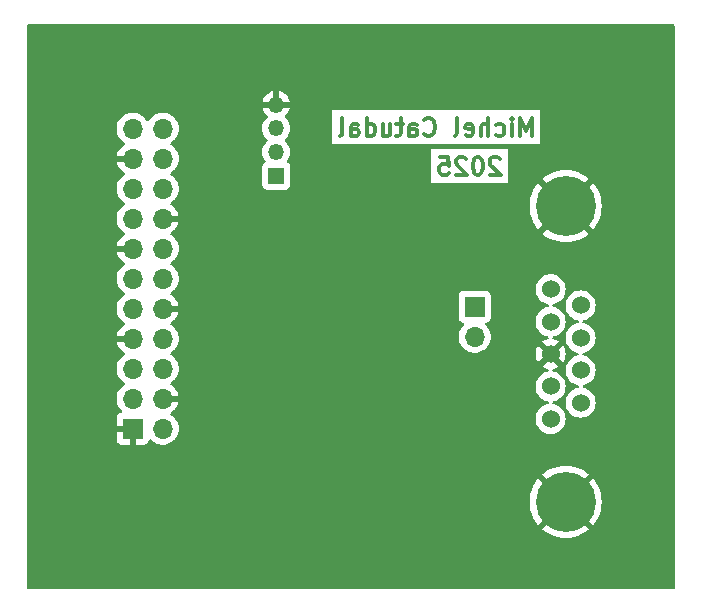
<source format=gbl>
G04 #@! TF.GenerationSoftware,KiCad,Pcbnew,8.0.6*
G04 #@! TF.CreationDate,2024-12-29T11:18:31-05:00*
G04 #@! TF.ProjectId,Beagley-ai-1CAN,42656167-6c65-4792-9d61-692d3143414e,rev?*
G04 #@! TF.SameCoordinates,Original*
G04 #@! TF.FileFunction,Copper,L2,Bot*
G04 #@! TF.FilePolarity,Positive*
%FSLAX46Y46*%
G04 Gerber Fmt 4.6, Leading zero omitted, Abs format (unit mm)*
G04 Created by KiCad (PCBNEW 8.0.6) date 2024-12-29 11:18:31*
%MOMM*%
%LPD*%
G01*
G04 APERTURE LIST*
%ADD10C,0.300000*%
G04 #@! TA.AperFunction,NonConductor*
%ADD11C,0.300000*%
G04 #@! TD*
G04 #@! TA.AperFunction,ComponentPad*
%ADD12R,1.700000X1.700000*%
G04 #@! TD*
G04 #@! TA.AperFunction,ComponentPad*
%ADD13O,1.700000X1.700000*%
G04 #@! TD*
G04 #@! TA.AperFunction,ComponentPad*
%ADD14R,1.350000X1.350000*%
G04 #@! TD*
G04 #@! TA.AperFunction,ComponentPad*
%ADD15O,1.350000X1.350000*%
G04 #@! TD*
G04 #@! TA.AperFunction,ComponentPad*
%ADD16C,1.524000*%
G04 #@! TD*
G04 #@! TA.AperFunction,ComponentPad*
%ADD17C,5.080000*%
G04 #@! TD*
G04 APERTURE END LIST*
D10*
D11*
X119571427Y-47271185D02*
X119499999Y-47199757D01*
X119499999Y-47199757D02*
X119357142Y-47128328D01*
X119357142Y-47128328D02*
X118999999Y-47128328D01*
X118999999Y-47128328D02*
X118857142Y-47199757D01*
X118857142Y-47199757D02*
X118785713Y-47271185D01*
X118785713Y-47271185D02*
X118714284Y-47414042D01*
X118714284Y-47414042D02*
X118714284Y-47556900D01*
X118714284Y-47556900D02*
X118785713Y-47771185D01*
X118785713Y-47771185D02*
X119642856Y-48628328D01*
X119642856Y-48628328D02*
X118714284Y-48628328D01*
X117785713Y-47128328D02*
X117642856Y-47128328D01*
X117642856Y-47128328D02*
X117499999Y-47199757D01*
X117499999Y-47199757D02*
X117428571Y-47271185D01*
X117428571Y-47271185D02*
X117357142Y-47414042D01*
X117357142Y-47414042D02*
X117285713Y-47699757D01*
X117285713Y-47699757D02*
X117285713Y-48056900D01*
X117285713Y-48056900D02*
X117357142Y-48342614D01*
X117357142Y-48342614D02*
X117428571Y-48485471D01*
X117428571Y-48485471D02*
X117499999Y-48556900D01*
X117499999Y-48556900D02*
X117642856Y-48628328D01*
X117642856Y-48628328D02*
X117785713Y-48628328D01*
X117785713Y-48628328D02*
X117928571Y-48556900D01*
X117928571Y-48556900D02*
X117999999Y-48485471D01*
X117999999Y-48485471D02*
X118071428Y-48342614D01*
X118071428Y-48342614D02*
X118142856Y-48056900D01*
X118142856Y-48056900D02*
X118142856Y-47699757D01*
X118142856Y-47699757D02*
X118071428Y-47414042D01*
X118071428Y-47414042D02*
X117999999Y-47271185D01*
X117999999Y-47271185D02*
X117928571Y-47199757D01*
X117928571Y-47199757D02*
X117785713Y-47128328D01*
X116714285Y-47271185D02*
X116642857Y-47199757D01*
X116642857Y-47199757D02*
X116500000Y-47128328D01*
X116500000Y-47128328D02*
X116142857Y-47128328D01*
X116142857Y-47128328D02*
X116000000Y-47199757D01*
X116000000Y-47199757D02*
X115928571Y-47271185D01*
X115928571Y-47271185D02*
X115857142Y-47414042D01*
X115857142Y-47414042D02*
X115857142Y-47556900D01*
X115857142Y-47556900D02*
X115928571Y-47771185D01*
X115928571Y-47771185D02*
X116785714Y-48628328D01*
X116785714Y-48628328D02*
X115857142Y-48628328D01*
X114500000Y-47128328D02*
X115214286Y-47128328D01*
X115214286Y-47128328D02*
X115285714Y-47842614D01*
X115285714Y-47842614D02*
X115214286Y-47771185D01*
X115214286Y-47771185D02*
X115071429Y-47699757D01*
X115071429Y-47699757D02*
X114714286Y-47699757D01*
X114714286Y-47699757D02*
X114571429Y-47771185D01*
X114571429Y-47771185D02*
X114500000Y-47842614D01*
X114500000Y-47842614D02*
X114428571Y-47985471D01*
X114428571Y-47985471D02*
X114428571Y-48342614D01*
X114428571Y-48342614D02*
X114500000Y-48485471D01*
X114500000Y-48485471D02*
X114571429Y-48556900D01*
X114571429Y-48556900D02*
X114714286Y-48628328D01*
X114714286Y-48628328D02*
X115071429Y-48628328D01*
X115071429Y-48628328D02*
X115214286Y-48556900D01*
X115214286Y-48556900D02*
X115285714Y-48485471D01*
D10*
D11*
X122321428Y-45328328D02*
X122321428Y-43828328D01*
X122321428Y-43828328D02*
X121821428Y-44899757D01*
X121821428Y-44899757D02*
X121321428Y-43828328D01*
X121321428Y-43828328D02*
X121321428Y-45328328D01*
X120607142Y-45328328D02*
X120607142Y-44328328D01*
X120607142Y-43828328D02*
X120678570Y-43899757D01*
X120678570Y-43899757D02*
X120607142Y-43971185D01*
X120607142Y-43971185D02*
X120535713Y-43899757D01*
X120535713Y-43899757D02*
X120607142Y-43828328D01*
X120607142Y-43828328D02*
X120607142Y-43971185D01*
X119249999Y-45256900D02*
X119392856Y-45328328D01*
X119392856Y-45328328D02*
X119678570Y-45328328D01*
X119678570Y-45328328D02*
X119821427Y-45256900D01*
X119821427Y-45256900D02*
X119892856Y-45185471D01*
X119892856Y-45185471D02*
X119964284Y-45042614D01*
X119964284Y-45042614D02*
X119964284Y-44614042D01*
X119964284Y-44614042D02*
X119892856Y-44471185D01*
X119892856Y-44471185D02*
X119821427Y-44399757D01*
X119821427Y-44399757D02*
X119678570Y-44328328D01*
X119678570Y-44328328D02*
X119392856Y-44328328D01*
X119392856Y-44328328D02*
X119249999Y-44399757D01*
X118607142Y-45328328D02*
X118607142Y-43828328D01*
X117964285Y-45328328D02*
X117964285Y-44542614D01*
X117964285Y-44542614D02*
X118035713Y-44399757D01*
X118035713Y-44399757D02*
X118178570Y-44328328D01*
X118178570Y-44328328D02*
X118392856Y-44328328D01*
X118392856Y-44328328D02*
X118535713Y-44399757D01*
X118535713Y-44399757D02*
X118607142Y-44471185D01*
X116678570Y-45256900D02*
X116821427Y-45328328D01*
X116821427Y-45328328D02*
X117107142Y-45328328D01*
X117107142Y-45328328D02*
X117249999Y-45256900D01*
X117249999Y-45256900D02*
X117321427Y-45114042D01*
X117321427Y-45114042D02*
X117321427Y-44542614D01*
X117321427Y-44542614D02*
X117249999Y-44399757D01*
X117249999Y-44399757D02*
X117107142Y-44328328D01*
X117107142Y-44328328D02*
X116821427Y-44328328D01*
X116821427Y-44328328D02*
X116678570Y-44399757D01*
X116678570Y-44399757D02*
X116607142Y-44542614D01*
X116607142Y-44542614D02*
X116607142Y-44685471D01*
X116607142Y-44685471D02*
X117321427Y-44828328D01*
X115749999Y-45328328D02*
X115892856Y-45256900D01*
X115892856Y-45256900D02*
X115964285Y-45114042D01*
X115964285Y-45114042D02*
X115964285Y-43828328D01*
X113178571Y-45185471D02*
X113249999Y-45256900D01*
X113249999Y-45256900D02*
X113464285Y-45328328D01*
X113464285Y-45328328D02*
X113607142Y-45328328D01*
X113607142Y-45328328D02*
X113821428Y-45256900D01*
X113821428Y-45256900D02*
X113964285Y-45114042D01*
X113964285Y-45114042D02*
X114035714Y-44971185D01*
X114035714Y-44971185D02*
X114107142Y-44685471D01*
X114107142Y-44685471D02*
X114107142Y-44471185D01*
X114107142Y-44471185D02*
X114035714Y-44185471D01*
X114035714Y-44185471D02*
X113964285Y-44042614D01*
X113964285Y-44042614D02*
X113821428Y-43899757D01*
X113821428Y-43899757D02*
X113607142Y-43828328D01*
X113607142Y-43828328D02*
X113464285Y-43828328D01*
X113464285Y-43828328D02*
X113249999Y-43899757D01*
X113249999Y-43899757D02*
X113178571Y-43971185D01*
X111892857Y-45328328D02*
X111892857Y-44542614D01*
X111892857Y-44542614D02*
X111964285Y-44399757D01*
X111964285Y-44399757D02*
X112107142Y-44328328D01*
X112107142Y-44328328D02*
X112392857Y-44328328D01*
X112392857Y-44328328D02*
X112535714Y-44399757D01*
X111892857Y-45256900D02*
X112035714Y-45328328D01*
X112035714Y-45328328D02*
X112392857Y-45328328D01*
X112392857Y-45328328D02*
X112535714Y-45256900D01*
X112535714Y-45256900D02*
X112607142Y-45114042D01*
X112607142Y-45114042D02*
X112607142Y-44971185D01*
X112607142Y-44971185D02*
X112535714Y-44828328D01*
X112535714Y-44828328D02*
X112392857Y-44756900D01*
X112392857Y-44756900D02*
X112035714Y-44756900D01*
X112035714Y-44756900D02*
X111892857Y-44685471D01*
X111392856Y-44328328D02*
X110821428Y-44328328D01*
X111178571Y-43828328D02*
X111178571Y-45114042D01*
X111178571Y-45114042D02*
X111107142Y-45256900D01*
X111107142Y-45256900D02*
X110964285Y-45328328D01*
X110964285Y-45328328D02*
X110821428Y-45328328D01*
X109678571Y-44328328D02*
X109678571Y-45328328D01*
X110321428Y-44328328D02*
X110321428Y-45114042D01*
X110321428Y-45114042D02*
X110249999Y-45256900D01*
X110249999Y-45256900D02*
X110107142Y-45328328D01*
X110107142Y-45328328D02*
X109892856Y-45328328D01*
X109892856Y-45328328D02*
X109749999Y-45256900D01*
X109749999Y-45256900D02*
X109678571Y-45185471D01*
X108321428Y-45328328D02*
X108321428Y-43828328D01*
X108321428Y-45256900D02*
X108464285Y-45328328D01*
X108464285Y-45328328D02*
X108749999Y-45328328D01*
X108749999Y-45328328D02*
X108892856Y-45256900D01*
X108892856Y-45256900D02*
X108964285Y-45185471D01*
X108964285Y-45185471D02*
X109035713Y-45042614D01*
X109035713Y-45042614D02*
X109035713Y-44614042D01*
X109035713Y-44614042D02*
X108964285Y-44471185D01*
X108964285Y-44471185D02*
X108892856Y-44399757D01*
X108892856Y-44399757D02*
X108749999Y-44328328D01*
X108749999Y-44328328D02*
X108464285Y-44328328D01*
X108464285Y-44328328D02*
X108321428Y-44399757D01*
X106964285Y-45328328D02*
X106964285Y-44542614D01*
X106964285Y-44542614D02*
X107035713Y-44399757D01*
X107035713Y-44399757D02*
X107178570Y-44328328D01*
X107178570Y-44328328D02*
X107464285Y-44328328D01*
X107464285Y-44328328D02*
X107607142Y-44399757D01*
X106964285Y-45256900D02*
X107107142Y-45328328D01*
X107107142Y-45328328D02*
X107464285Y-45328328D01*
X107464285Y-45328328D02*
X107607142Y-45256900D01*
X107607142Y-45256900D02*
X107678570Y-45114042D01*
X107678570Y-45114042D02*
X107678570Y-44971185D01*
X107678570Y-44971185D02*
X107607142Y-44828328D01*
X107607142Y-44828328D02*
X107464285Y-44756900D01*
X107464285Y-44756900D02*
X107107142Y-44756900D01*
X107107142Y-44756900D02*
X106964285Y-44685471D01*
X106035713Y-45328328D02*
X106178570Y-45256900D01*
X106178570Y-45256900D02*
X106249999Y-45114042D01*
X106249999Y-45114042D02*
X106249999Y-43828328D01*
D12*
X88490000Y-70120000D03*
D13*
X91030000Y-70120000D03*
X88490000Y-67580000D03*
X91030000Y-67580000D03*
X88490000Y-65040000D03*
X91030000Y-65040000D03*
X88490000Y-62500000D03*
X91030000Y-62500000D03*
X88490000Y-59960000D03*
X91030000Y-59960000D03*
X88490000Y-57420000D03*
X91030000Y-57420000D03*
X88490000Y-54880000D03*
X91030000Y-54880000D03*
X88490000Y-52340000D03*
X91030000Y-52340000D03*
X88490000Y-49800000D03*
X91030000Y-49800000D03*
X88490000Y-47260000D03*
X91030000Y-47260000D03*
X88490000Y-44720000D03*
X91030000Y-44720000D03*
D14*
X100650000Y-48700000D03*
D15*
X100650000Y-46700000D03*
X100650000Y-44700000D03*
X100650000Y-42700000D03*
D16*
X123880000Y-58313600D03*
X123880000Y-61056800D03*
X123880000Y-63800000D03*
X123880000Y-66543200D03*
X123880000Y-69286400D03*
X126420000Y-59685200D03*
X126420000Y-62428400D03*
X126420000Y-65171600D03*
X126420000Y-67914800D03*
D17*
X125150000Y-51277800D03*
X125150000Y-76322200D03*
D12*
X117450000Y-59800000D03*
D13*
X117450000Y-62340000D03*
G04 #@! TA.AperFunction,Conductor*
G36*
X134316621Y-35895502D02*
G01*
X134363114Y-35949158D01*
X134374500Y-36001500D01*
X134374500Y-83598500D01*
X134354498Y-83666621D01*
X134300842Y-83713114D01*
X134248500Y-83724500D01*
X79651500Y-83724500D01*
X79583379Y-83704498D01*
X79536886Y-83650842D01*
X79525500Y-83598500D01*
X79525500Y-76322200D01*
X122097197Y-76322200D01*
X122116391Y-76664002D01*
X122173735Y-77001506D01*
X122268511Y-77330481D01*
X122399519Y-77646760D01*
X122399522Y-77646765D01*
X122565115Y-77946385D01*
X122763215Y-78225581D01*
X122763231Y-78225601D01*
X122821823Y-78291166D01*
X123816856Y-77296133D01*
X123890688Y-77397754D01*
X124074446Y-77581512D01*
X124176065Y-77655342D01*
X123181032Y-78650375D01*
X123246598Y-78708968D01*
X123246618Y-78708984D01*
X123525814Y-78907084D01*
X123825434Y-79072677D01*
X123825439Y-79072680D01*
X124141718Y-79203688D01*
X124470693Y-79298464D01*
X124808197Y-79355808D01*
X125150000Y-79375002D01*
X125491802Y-79355808D01*
X125829306Y-79298464D01*
X126158281Y-79203688D01*
X126474560Y-79072680D01*
X126474565Y-79072677D01*
X126774185Y-78907084D01*
X127053385Y-78708981D01*
X127053387Y-78708980D01*
X127118965Y-78650375D01*
X126123933Y-77655343D01*
X126225554Y-77581512D01*
X126409312Y-77397754D01*
X126483143Y-77296133D01*
X127478175Y-78291165D01*
X127536780Y-78225587D01*
X127536781Y-78225585D01*
X127734884Y-77946385D01*
X127900477Y-77646765D01*
X127900480Y-77646760D01*
X128031488Y-77330481D01*
X128126264Y-77001506D01*
X128183608Y-76664002D01*
X128202802Y-76322200D01*
X128183608Y-75980397D01*
X128126264Y-75642893D01*
X128031488Y-75313918D01*
X127900480Y-74997639D01*
X127900477Y-74997634D01*
X127734884Y-74698014D01*
X127536784Y-74418818D01*
X127536768Y-74418798D01*
X127478175Y-74353232D01*
X126483142Y-75348264D01*
X126409312Y-75246646D01*
X126225554Y-75062888D01*
X126123933Y-74989056D01*
X127118966Y-73994023D01*
X127053401Y-73935431D01*
X127053381Y-73935415D01*
X126774185Y-73737315D01*
X126474565Y-73571722D01*
X126474560Y-73571719D01*
X126158281Y-73440711D01*
X125829306Y-73345935D01*
X125491802Y-73288591D01*
X125150000Y-73269397D01*
X124808197Y-73288591D01*
X124470693Y-73345935D01*
X124141718Y-73440711D01*
X123825439Y-73571719D01*
X123825434Y-73571722D01*
X123525819Y-73737313D01*
X123246605Y-73935426D01*
X123181032Y-73994023D01*
X124176065Y-74989056D01*
X124074446Y-75062888D01*
X123890688Y-75246646D01*
X123816856Y-75348265D01*
X122821823Y-74353232D01*
X122763226Y-74418805D01*
X122565113Y-74698019D01*
X122399522Y-74997634D01*
X122399519Y-74997639D01*
X122268511Y-75313918D01*
X122173735Y-75642893D01*
X122116391Y-75980397D01*
X122097197Y-76322200D01*
X79525500Y-76322200D01*
X79525500Y-44720000D01*
X87126844Y-44720000D01*
X87145437Y-44944375D01*
X87200702Y-45162612D01*
X87200703Y-45162613D01*
X87291141Y-45368793D01*
X87414275Y-45557265D01*
X87414279Y-45557270D01*
X87566762Y-45722908D01*
X87603498Y-45751501D01*
X87744424Y-45861189D01*
X87778205Y-45879470D01*
X87828596Y-45929482D01*
X87843949Y-45998799D01*
X87819389Y-46065412D01*
X87778209Y-46101096D01*
X87744704Y-46119228D01*
X87744698Y-46119232D01*
X87567097Y-46257465D01*
X87414674Y-46423041D01*
X87291580Y-46611451D01*
X87201179Y-46817543D01*
X87201176Y-46817550D01*
X87153455Y-47005999D01*
X87153456Y-47006000D01*
X88059297Y-47006000D01*
X88024075Y-47067007D01*
X87990000Y-47194174D01*
X87990000Y-47325826D01*
X88024075Y-47452993D01*
X88059297Y-47514000D01*
X87153455Y-47514000D01*
X87201176Y-47702449D01*
X87201179Y-47702456D01*
X87291580Y-47908548D01*
X87414674Y-48096958D01*
X87567097Y-48262534D01*
X87744698Y-48400767D01*
X87744704Y-48400771D01*
X87778207Y-48418902D01*
X87828597Y-48468915D01*
X87843949Y-48538232D01*
X87819388Y-48604845D01*
X87778207Y-48640528D01*
X87744430Y-48658807D01*
X87744424Y-48658811D01*
X87566762Y-48797091D01*
X87414279Y-48962729D01*
X87414275Y-48962734D01*
X87291141Y-49151206D01*
X87200703Y-49357386D01*
X87200702Y-49357387D01*
X87145437Y-49575624D01*
X87145436Y-49575630D01*
X87145436Y-49575632D01*
X87131960Y-49738261D01*
X87126844Y-49800000D01*
X87145437Y-50024375D01*
X87200702Y-50242612D01*
X87200703Y-50242613D01*
X87200704Y-50242616D01*
X87220000Y-50286606D01*
X87291141Y-50448793D01*
X87414275Y-50637265D01*
X87414279Y-50637270D01*
X87566762Y-50802908D01*
X87621331Y-50845381D01*
X87744424Y-50941189D01*
X87777680Y-50959186D01*
X87828071Y-51009200D01*
X87843423Y-51078516D01*
X87818862Y-51145129D01*
X87777680Y-51180813D01*
X87744426Y-51198810D01*
X87744424Y-51198811D01*
X87566762Y-51337091D01*
X87414279Y-51502729D01*
X87414275Y-51502734D01*
X87291141Y-51691206D01*
X87200703Y-51897386D01*
X87200702Y-51897387D01*
X87145437Y-52115624D01*
X87145436Y-52115630D01*
X87145436Y-52115632D01*
X87126844Y-52340000D01*
X87143177Y-52537112D01*
X87145437Y-52564375D01*
X87200702Y-52782612D01*
X87200703Y-52782613D01*
X87200704Y-52782616D01*
X87291140Y-52988791D01*
X87291141Y-52988793D01*
X87414275Y-53177265D01*
X87414279Y-53177270D01*
X87566762Y-53342908D01*
X87621331Y-53385381D01*
X87744424Y-53481189D01*
X87778205Y-53499470D01*
X87828596Y-53549482D01*
X87843949Y-53618799D01*
X87819389Y-53685412D01*
X87778209Y-53721096D01*
X87744704Y-53739228D01*
X87744698Y-53739232D01*
X87567097Y-53877465D01*
X87414674Y-54043041D01*
X87291580Y-54231451D01*
X87201179Y-54437543D01*
X87201176Y-54437550D01*
X87153455Y-54625999D01*
X87153456Y-54626000D01*
X88059297Y-54626000D01*
X88024075Y-54687007D01*
X87990000Y-54814174D01*
X87990000Y-54945826D01*
X88024075Y-55072993D01*
X88059297Y-55134000D01*
X87153455Y-55134000D01*
X87201176Y-55322449D01*
X87201179Y-55322456D01*
X87291580Y-55528548D01*
X87414674Y-55716958D01*
X87567097Y-55882534D01*
X87744698Y-56020767D01*
X87744704Y-56020771D01*
X87778207Y-56038902D01*
X87828597Y-56088915D01*
X87843949Y-56158232D01*
X87819388Y-56224845D01*
X87778207Y-56260528D01*
X87744430Y-56278807D01*
X87744424Y-56278811D01*
X87566762Y-56417091D01*
X87414279Y-56582729D01*
X87414275Y-56582734D01*
X87291141Y-56771206D01*
X87200703Y-56977386D01*
X87200702Y-56977387D01*
X87145437Y-57195624D01*
X87126844Y-57420000D01*
X87145437Y-57644375D01*
X87200702Y-57862612D01*
X87200703Y-57862613D01*
X87200704Y-57862616D01*
X87220000Y-57906606D01*
X87291141Y-58068793D01*
X87414275Y-58257265D01*
X87414279Y-58257270D01*
X87566762Y-58422908D01*
X87621331Y-58465381D01*
X87744424Y-58561189D01*
X87777680Y-58579186D01*
X87828071Y-58629200D01*
X87843423Y-58698516D01*
X87818862Y-58765129D01*
X87777680Y-58800813D01*
X87744426Y-58818810D01*
X87744424Y-58818811D01*
X87566762Y-58957091D01*
X87414279Y-59122729D01*
X87414275Y-59122734D01*
X87291141Y-59311206D01*
X87200703Y-59517386D01*
X87200702Y-59517387D01*
X87145437Y-59735624D01*
X87145436Y-59735630D01*
X87145436Y-59735632D01*
X87126844Y-59960000D01*
X87142836Y-60152993D01*
X87145437Y-60184375D01*
X87200702Y-60402612D01*
X87200703Y-60402613D01*
X87200704Y-60402616D01*
X87291140Y-60608791D01*
X87291141Y-60608793D01*
X87414275Y-60797265D01*
X87414279Y-60797270D01*
X87566762Y-60962908D01*
X87621331Y-61005381D01*
X87744424Y-61101189D01*
X87778205Y-61119470D01*
X87828596Y-61169482D01*
X87843949Y-61238799D01*
X87819389Y-61305412D01*
X87778209Y-61341096D01*
X87744704Y-61359228D01*
X87744698Y-61359232D01*
X87567097Y-61497465D01*
X87414674Y-61663041D01*
X87291580Y-61851451D01*
X87201179Y-62057543D01*
X87201176Y-62057550D01*
X87153455Y-62245999D01*
X87153456Y-62246000D01*
X88059297Y-62246000D01*
X88024075Y-62307007D01*
X87990000Y-62434174D01*
X87990000Y-62565826D01*
X88024075Y-62692993D01*
X88059297Y-62754000D01*
X87153455Y-62754000D01*
X87201176Y-62942449D01*
X87201179Y-62942456D01*
X87291580Y-63148548D01*
X87414674Y-63336958D01*
X87567097Y-63502534D01*
X87744698Y-63640767D01*
X87744704Y-63640771D01*
X87778207Y-63658902D01*
X87828597Y-63708915D01*
X87843949Y-63778232D01*
X87819388Y-63844845D01*
X87778207Y-63880528D01*
X87744430Y-63898807D01*
X87744424Y-63898811D01*
X87566762Y-64037091D01*
X87414279Y-64202729D01*
X87414275Y-64202734D01*
X87291141Y-64391206D01*
X87200703Y-64597386D01*
X87200702Y-64597387D01*
X87145437Y-64815624D01*
X87145436Y-64815630D01*
X87145436Y-64815632D01*
X87126844Y-65040000D01*
X87144750Y-65256095D01*
X87145437Y-65264375D01*
X87200702Y-65482612D01*
X87200703Y-65482613D01*
X87291141Y-65688793D01*
X87414275Y-65877265D01*
X87414279Y-65877270D01*
X87566762Y-66042908D01*
X87621331Y-66085381D01*
X87744424Y-66181189D01*
X87777680Y-66199186D01*
X87828071Y-66249200D01*
X87843423Y-66318516D01*
X87818862Y-66385129D01*
X87777680Y-66420813D01*
X87744426Y-66438810D01*
X87744424Y-66438811D01*
X87566762Y-66577091D01*
X87414279Y-66742729D01*
X87414275Y-66742734D01*
X87291141Y-66931206D01*
X87200703Y-67137386D01*
X87200702Y-67137387D01*
X87145437Y-67355624D01*
X87145436Y-67355630D01*
X87145436Y-67355632D01*
X87126844Y-67580000D01*
X87142836Y-67772993D01*
X87145437Y-67804375D01*
X87200702Y-68022612D01*
X87200703Y-68022613D01*
X87200704Y-68022616D01*
X87291140Y-68228791D01*
X87291141Y-68228793D01*
X87414275Y-68417265D01*
X87414279Y-68417270D01*
X87557841Y-68573217D01*
X87589262Y-68636882D01*
X87581276Y-68707428D01*
X87536417Y-68762457D01*
X87509173Y-68776610D01*
X87394039Y-68819553D01*
X87394034Y-68819555D01*
X87277095Y-68907095D01*
X87189555Y-69024034D01*
X87189555Y-69024035D01*
X87138505Y-69160906D01*
X87132000Y-69221402D01*
X87132000Y-69866000D01*
X88059297Y-69866000D01*
X88024075Y-69927007D01*
X87990000Y-70054174D01*
X87990000Y-70185826D01*
X88024075Y-70312993D01*
X88059297Y-70374000D01*
X87132000Y-70374000D01*
X87132000Y-71018597D01*
X87138505Y-71079093D01*
X87189555Y-71215964D01*
X87189555Y-71215965D01*
X87277095Y-71332904D01*
X87394034Y-71420444D01*
X87530906Y-71471494D01*
X87591402Y-71477999D01*
X87591415Y-71478000D01*
X88236000Y-71478000D01*
X88236000Y-70550702D01*
X88297007Y-70585925D01*
X88424174Y-70620000D01*
X88555826Y-70620000D01*
X88682993Y-70585925D01*
X88744000Y-70550702D01*
X88744000Y-71478000D01*
X89388585Y-71478000D01*
X89388597Y-71477999D01*
X89449093Y-71471494D01*
X89585964Y-71420444D01*
X89585965Y-71420444D01*
X89702904Y-71332904D01*
X89790444Y-71215965D01*
X89834618Y-71097530D01*
X89877165Y-71040694D01*
X89943685Y-71015883D01*
X90013059Y-71030974D01*
X90045372Y-71056222D01*
X90066427Y-71079093D01*
X90106762Y-71122908D01*
X90161331Y-71165381D01*
X90284424Y-71261189D01*
X90482426Y-71368342D01*
X90482427Y-71368342D01*
X90482428Y-71368343D01*
X90594227Y-71406723D01*
X90695365Y-71441444D01*
X90917431Y-71478500D01*
X90917435Y-71478500D01*
X91142565Y-71478500D01*
X91142569Y-71478500D01*
X91364635Y-71441444D01*
X91577574Y-71368342D01*
X91775576Y-71261189D01*
X91953240Y-71122906D01*
X92105722Y-70957268D01*
X92228860Y-70768791D01*
X92319296Y-70562616D01*
X92374564Y-70344368D01*
X92393156Y-70120000D01*
X92374564Y-69895632D01*
X92330745Y-69722596D01*
X92319297Y-69677387D01*
X92319296Y-69677386D01*
X92319296Y-69677384D01*
X92228860Y-69471209D01*
X92222140Y-69460924D01*
X92105724Y-69282734D01*
X92105720Y-69282729D01*
X91953237Y-69117091D01*
X91833679Y-69024035D01*
X91775576Y-68978811D01*
X91741792Y-68960528D01*
X91691402Y-68910516D01*
X91676050Y-68841199D01*
X91700610Y-68774586D01*
X91741793Y-68738901D01*
X91775300Y-68720767D01*
X91775301Y-68720767D01*
X91952902Y-68582534D01*
X92105325Y-68416958D01*
X92228419Y-68228548D01*
X92318820Y-68022456D01*
X92318823Y-68022449D01*
X92366544Y-67834000D01*
X91460703Y-67834000D01*
X91495925Y-67772993D01*
X91530000Y-67645826D01*
X91530000Y-67514174D01*
X91495925Y-67387007D01*
X91460703Y-67326000D01*
X92366544Y-67326000D01*
X92366544Y-67325999D01*
X92318823Y-67137550D01*
X92318820Y-67137543D01*
X92228419Y-66931451D01*
X92105325Y-66743041D01*
X91952902Y-66577465D01*
X91775301Y-66439232D01*
X91775300Y-66439231D01*
X91741791Y-66421097D01*
X91691401Y-66371083D01*
X91676050Y-66301766D01*
X91700612Y-66235153D01*
X91741790Y-66199472D01*
X91775576Y-66181189D01*
X91953240Y-66042906D01*
X92105722Y-65877268D01*
X92228860Y-65688791D01*
X92319296Y-65482616D01*
X92374564Y-65264368D01*
X92393156Y-65040000D01*
X92374564Y-64815632D01*
X92354248Y-64735406D01*
X92319297Y-64597387D01*
X92319296Y-64597386D01*
X92319296Y-64597384D01*
X92228860Y-64391209D01*
X92222140Y-64380924D01*
X92105724Y-64202734D01*
X92105720Y-64202729D01*
X91953237Y-64037091D01*
X91804992Y-63921707D01*
X91775576Y-63898811D01*
X91742319Y-63880813D01*
X91691929Y-63830802D01*
X91676576Y-63761485D01*
X91701136Y-63694872D01*
X91742320Y-63659186D01*
X91742847Y-63658901D01*
X91775576Y-63641189D01*
X91953240Y-63502906D01*
X92105722Y-63337268D01*
X92105927Y-63336955D01*
X92194816Y-63200899D01*
X92228860Y-63148791D01*
X92319296Y-62942616D01*
X92374564Y-62724368D01*
X92393156Y-62500000D01*
X92379898Y-62340000D01*
X116086844Y-62340000D01*
X116102837Y-62533006D01*
X116105437Y-62564375D01*
X116160702Y-62782612D01*
X116160703Y-62782613D01*
X116160704Y-62782616D01*
X116230813Y-62942449D01*
X116251141Y-62988793D01*
X116374275Y-63177265D01*
X116374279Y-63177270D01*
X116439560Y-63248183D01*
X116521284Y-63336958D01*
X116526762Y-63342908D01*
X116553825Y-63363972D01*
X116704424Y-63481189D01*
X116902426Y-63588342D01*
X116902427Y-63588342D01*
X116902428Y-63588343D01*
X116947800Y-63603919D01*
X117115365Y-63661444D01*
X117337431Y-63698500D01*
X117337435Y-63698500D01*
X117562565Y-63698500D01*
X117562569Y-63698500D01*
X117784635Y-63661444D01*
X117997574Y-63588342D01*
X118195576Y-63481189D01*
X118373240Y-63342906D01*
X118525722Y-63177268D01*
X118648860Y-62988791D01*
X118739296Y-62782616D01*
X118794564Y-62564368D01*
X118813156Y-62340000D01*
X118794564Y-62115632D01*
X118773837Y-62033783D01*
X118739297Y-61897387D01*
X118739296Y-61897386D01*
X118739296Y-61897384D01*
X118648860Y-61691209D01*
X118630253Y-61662729D01*
X118525724Y-61502734D01*
X118525719Y-61502729D01*
X118516756Y-61492993D01*
X118382524Y-61347179D01*
X118351103Y-61283514D01*
X118359090Y-61212968D01*
X118403948Y-61157939D01*
X118431183Y-61143789D01*
X118546204Y-61100889D01*
X118577188Y-61077695D01*
X118663261Y-61013261D01*
X118750887Y-60896207D01*
X118750887Y-60896206D01*
X118750889Y-60896204D01*
X118801989Y-60759201D01*
X118808500Y-60698638D01*
X118808500Y-58901362D01*
X118808499Y-58901350D01*
X118801990Y-58840803D01*
X118801988Y-58840795D01*
X118768526Y-58751083D01*
X118750889Y-58703796D01*
X118750888Y-58703794D01*
X118750887Y-58703792D01*
X118663261Y-58586738D01*
X118546207Y-58499112D01*
X118546202Y-58499110D01*
X118409204Y-58448011D01*
X118409196Y-58448009D01*
X118348649Y-58441500D01*
X118348638Y-58441500D01*
X116551362Y-58441500D01*
X116551350Y-58441500D01*
X116490803Y-58448009D01*
X116490795Y-58448011D01*
X116353797Y-58499110D01*
X116353792Y-58499112D01*
X116236738Y-58586738D01*
X116149112Y-58703792D01*
X116149110Y-58703797D01*
X116098011Y-58840795D01*
X116098009Y-58840803D01*
X116091500Y-58901350D01*
X116091500Y-60698649D01*
X116098009Y-60759196D01*
X116098011Y-60759204D01*
X116149110Y-60896202D01*
X116149112Y-60896207D01*
X116236738Y-61013261D01*
X116353791Y-61100886D01*
X116353792Y-61100886D01*
X116353796Y-61100889D01*
X116468810Y-61143787D01*
X116525642Y-61186332D01*
X116550453Y-61252852D01*
X116535362Y-61322226D01*
X116517475Y-61347179D01*
X116374280Y-61502729D01*
X116374275Y-61502734D01*
X116251141Y-61691206D01*
X116160703Y-61897386D01*
X116160702Y-61897387D01*
X116105437Y-62115624D01*
X116105436Y-62115630D01*
X116105436Y-62115632D01*
X116086844Y-62340000D01*
X92379898Y-62340000D01*
X92374564Y-62275632D01*
X92345608Y-62161287D01*
X92319297Y-62057387D01*
X92319296Y-62057386D01*
X92319296Y-62057384D01*
X92228860Y-61851209D01*
X92189343Y-61790723D01*
X92105724Y-61662734D01*
X92105720Y-61662729D01*
X91958427Y-61502729D01*
X91953240Y-61497094D01*
X91953239Y-61497093D01*
X91953237Y-61497091D01*
X91871382Y-61433381D01*
X91775576Y-61358811D01*
X91741792Y-61340528D01*
X91691402Y-61290516D01*
X91676050Y-61221199D01*
X91700610Y-61154586D01*
X91741793Y-61118901D01*
X91775300Y-61100767D01*
X91775301Y-61100767D01*
X91952902Y-60962534D01*
X92105325Y-60796958D01*
X92228419Y-60608548D01*
X92318820Y-60402456D01*
X92318823Y-60402449D01*
X92366544Y-60214000D01*
X91460703Y-60214000D01*
X91495925Y-60152993D01*
X91530000Y-60025826D01*
X91530000Y-59894174D01*
X91495925Y-59767007D01*
X91460703Y-59706000D01*
X92366544Y-59706000D01*
X92366544Y-59705999D01*
X92318823Y-59517550D01*
X92318820Y-59517543D01*
X92228419Y-59311451D01*
X92105325Y-59123041D01*
X91952902Y-58957465D01*
X91775301Y-58819232D01*
X91775300Y-58819231D01*
X91741791Y-58801097D01*
X91691401Y-58751083D01*
X91676050Y-58681766D01*
X91700612Y-58615153D01*
X91741790Y-58579472D01*
X91775576Y-58561189D01*
X91953240Y-58422906D01*
X92053864Y-58313600D01*
X122604647Y-58313600D01*
X122624022Y-58535063D01*
X122649322Y-58629482D01*
X122681559Y-58749793D01*
X122681561Y-58749799D01*
X122775511Y-58951275D01*
X122775512Y-58951277D01*
X122903016Y-59133372D01*
X122903020Y-59133377D01*
X122903023Y-59133381D01*
X123060219Y-59290577D01*
X123060223Y-59290580D01*
X123060227Y-59290583D01*
X123164124Y-59363332D01*
X123242323Y-59418088D01*
X123443804Y-59512040D01*
X123635831Y-59563494D01*
X123696453Y-59600445D01*
X123727474Y-59664305D01*
X123719046Y-59734800D01*
X123673843Y-59789547D01*
X123635833Y-59806905D01*
X123542180Y-59832000D01*
X123443806Y-59858359D01*
X123443801Y-59858361D01*
X123242323Y-59952312D01*
X123060222Y-60079820D01*
X123060216Y-60079825D01*
X122903025Y-60237016D01*
X122903020Y-60237022D01*
X122775512Y-60419123D01*
X122681561Y-60620601D01*
X122681559Y-60620606D01*
X122670763Y-60660898D01*
X122624022Y-60835337D01*
X122604647Y-61056800D01*
X122624022Y-61278263D01*
X122645718Y-61359232D01*
X122681559Y-61492993D01*
X122681561Y-61492999D01*
X122775511Y-61694475D01*
X122775512Y-61694477D01*
X122903016Y-61876572D01*
X122903020Y-61876577D01*
X122903023Y-61876581D01*
X123060219Y-62033777D01*
X123060223Y-62033780D01*
X123060227Y-62033783D01*
X123093933Y-62057384D01*
X123242323Y-62161288D01*
X123443804Y-62255240D01*
X123636799Y-62306953D01*
X123697420Y-62343904D01*
X123728441Y-62407764D01*
X123720013Y-62478259D01*
X123674810Y-62533006D01*
X123636797Y-62550366D01*
X123443976Y-62602031D01*
X123443972Y-62602033D01*
X123242575Y-62695946D01*
X123179394Y-62740185D01*
X123748518Y-63309309D01*
X123683919Y-63326619D01*
X123568080Y-63393498D01*
X123473498Y-63488080D01*
X123406619Y-63603919D01*
X123389309Y-63668518D01*
X122820185Y-63099394D01*
X122775946Y-63162575D01*
X122682033Y-63363972D01*
X122682031Y-63363976D01*
X122624517Y-63578625D01*
X122605149Y-63800000D01*
X122624517Y-64021374D01*
X122682031Y-64236023D01*
X122682033Y-64236027D01*
X122775946Y-64437425D01*
X122820184Y-64500603D01*
X122820185Y-64500603D01*
X123389309Y-63931479D01*
X123406619Y-63996081D01*
X123473498Y-64111920D01*
X123568080Y-64206502D01*
X123683919Y-64273381D01*
X123748519Y-64290690D01*
X123179395Y-64859813D01*
X123179395Y-64859814D01*
X123242575Y-64904053D01*
X123242574Y-64904053D01*
X123443972Y-64997966D01*
X123443979Y-64997969D01*
X123636796Y-65049633D01*
X123697419Y-65086584D01*
X123728441Y-65150445D01*
X123720013Y-65220939D01*
X123674811Y-65275686D01*
X123636798Y-65293047D01*
X123443803Y-65344760D01*
X123443801Y-65344761D01*
X123242323Y-65438712D01*
X123060222Y-65566220D01*
X123060216Y-65566225D01*
X122903025Y-65723416D01*
X122903020Y-65723422D01*
X122775512Y-65905523D01*
X122681561Y-66107001D01*
X122681560Y-66107004D01*
X122624022Y-66321737D01*
X122604647Y-66543200D01*
X122624022Y-66764663D01*
X122636254Y-66810312D01*
X122681559Y-66979393D01*
X122681561Y-66979399D01*
X122775511Y-67180875D01*
X122775512Y-67180877D01*
X122903016Y-67362972D01*
X122903020Y-67362977D01*
X122903023Y-67362981D01*
X123060219Y-67520177D01*
X123060223Y-67520180D01*
X123060227Y-67520183D01*
X123145655Y-67580000D01*
X123242323Y-67647688D01*
X123443804Y-67741640D01*
X123635831Y-67793094D01*
X123696453Y-67830045D01*
X123727474Y-67893905D01*
X123719046Y-67964400D01*
X123673843Y-68019147D01*
X123635833Y-68036505D01*
X123525378Y-68066102D01*
X123443806Y-68087959D01*
X123443801Y-68087961D01*
X123242323Y-68181912D01*
X123060222Y-68309420D01*
X123060216Y-68309425D01*
X122903025Y-68466616D01*
X122903020Y-68466622D01*
X122775512Y-68648723D01*
X122681561Y-68850201D01*
X122681559Y-68850206D01*
X122675811Y-68871658D01*
X122624022Y-69064937D01*
X122604647Y-69286400D01*
X122624022Y-69507863D01*
X122663200Y-69654075D01*
X122681559Y-69722593D01*
X122681561Y-69722599D01*
X122775511Y-69924075D01*
X122775512Y-69924077D01*
X122903016Y-70106172D01*
X122903020Y-70106177D01*
X122903023Y-70106181D01*
X123060219Y-70263377D01*
X123060223Y-70263380D01*
X123060227Y-70263383D01*
X123131078Y-70312993D01*
X123242323Y-70390888D01*
X123443804Y-70484840D01*
X123658537Y-70542378D01*
X123880000Y-70561753D01*
X124101463Y-70542378D01*
X124316196Y-70484840D01*
X124517677Y-70390888D01*
X124699781Y-70263377D01*
X124856977Y-70106181D01*
X124984488Y-69924077D01*
X125078440Y-69722596D01*
X125135978Y-69507863D01*
X125155353Y-69286400D01*
X125135978Y-69064937D01*
X125078440Y-68850204D01*
X124984488Y-68648724D01*
X124856977Y-68466619D01*
X124699781Y-68309423D01*
X124699777Y-68309420D01*
X124699772Y-68309416D01*
X124517677Y-68181912D01*
X124517675Y-68181911D01*
X124316199Y-68087961D01*
X124316194Y-68087959D01*
X124250687Y-68070406D01*
X124124166Y-68036505D01*
X124063546Y-67999555D01*
X124032525Y-67935695D01*
X124040953Y-67865200D01*
X124086156Y-67810453D01*
X124124164Y-67793095D01*
X124316196Y-67741640D01*
X124517677Y-67647688D01*
X124699781Y-67520177D01*
X124856977Y-67362981D01*
X124984488Y-67180877D01*
X125078440Y-66979396D01*
X125135978Y-66764663D01*
X125155353Y-66543200D01*
X125135978Y-66321737D01*
X125078440Y-66107004D01*
X124984488Y-65905524D01*
X124856977Y-65723419D01*
X124699781Y-65566223D01*
X124699777Y-65566220D01*
X124699772Y-65566216D01*
X124517677Y-65438712D01*
X124517675Y-65438711D01*
X124316199Y-65344761D01*
X124316196Y-65344760D01*
X124123200Y-65293046D01*
X124062579Y-65256095D01*
X124031557Y-65192234D01*
X124039986Y-65121740D01*
X124085189Y-65066993D01*
X124123203Y-65049633D01*
X124316020Y-64997969D01*
X124316027Y-64997966D01*
X124517425Y-64904053D01*
X124517426Y-64904052D01*
X124580603Y-64859814D01*
X124580603Y-64859812D01*
X124011481Y-64290690D01*
X124076081Y-64273381D01*
X124191920Y-64206502D01*
X124286502Y-64111920D01*
X124353381Y-63996081D01*
X124370690Y-63931481D01*
X124939812Y-64500603D01*
X124939814Y-64500603D01*
X124984052Y-64437426D01*
X124984053Y-64437425D01*
X125077966Y-64236027D01*
X125077968Y-64236023D01*
X125135482Y-64021374D01*
X125154850Y-63800000D01*
X125135482Y-63578625D01*
X125077968Y-63363976D01*
X125077966Y-63363972D01*
X124984051Y-63162571D01*
X124939815Y-63099395D01*
X124939813Y-63099395D01*
X124370690Y-63668518D01*
X124353381Y-63603919D01*
X124286502Y-63488080D01*
X124191920Y-63393498D01*
X124076081Y-63326619D01*
X124011480Y-63309309D01*
X124580603Y-62740185D01*
X124580603Y-62740184D01*
X124517425Y-62695946D01*
X124316027Y-62602033D01*
X124316023Y-62602031D01*
X124123202Y-62550366D01*
X124062579Y-62513414D01*
X124031558Y-62449554D01*
X124039986Y-62379059D01*
X124085189Y-62324312D01*
X124123196Y-62306954D01*
X124316196Y-62255240D01*
X124517677Y-62161288D01*
X124699781Y-62033777D01*
X124856977Y-61876581D01*
X124984488Y-61694477D01*
X125078440Y-61492996D01*
X125135978Y-61278263D01*
X125155353Y-61056800D01*
X125135978Y-60835337D01*
X125078440Y-60620604D01*
X124984488Y-60419124D01*
X124856977Y-60237019D01*
X124699781Y-60079823D01*
X124699777Y-60079820D01*
X124699772Y-60079816D01*
X124517677Y-59952312D01*
X124517675Y-59952311D01*
X124316199Y-59858361D01*
X124316194Y-59858359D01*
X124250687Y-59840806D01*
X124124166Y-59806905D01*
X124063546Y-59769955D01*
X124032525Y-59706095D01*
X124035023Y-59685200D01*
X125144647Y-59685200D01*
X125164022Y-59906663D01*
X125176254Y-59952312D01*
X125221559Y-60121393D01*
X125221561Y-60121399D01*
X125315511Y-60322875D01*
X125315512Y-60322877D01*
X125443016Y-60504972D01*
X125443020Y-60504977D01*
X125443023Y-60504981D01*
X125600219Y-60662177D01*
X125600223Y-60662180D01*
X125600227Y-60662183D01*
X125652306Y-60698649D01*
X125782323Y-60789688D01*
X125983804Y-60883640D01*
X126175831Y-60935094D01*
X126236453Y-60972045D01*
X126267474Y-61035905D01*
X126259046Y-61106400D01*
X126213843Y-61161147D01*
X126175833Y-61178505D01*
X126100053Y-61198811D01*
X125983806Y-61229959D01*
X125983801Y-61229961D01*
X125782323Y-61323912D01*
X125600222Y-61451420D01*
X125600216Y-61451425D01*
X125443025Y-61608616D01*
X125443020Y-61608622D01*
X125315512Y-61790723D01*
X125221561Y-61992201D01*
X125221559Y-61992206D01*
X125204095Y-62057384D01*
X125164022Y-62206937D01*
X125144647Y-62428400D01*
X125164022Y-62649863D01*
X125206129Y-62807007D01*
X125221559Y-62864593D01*
X125221561Y-62864599D01*
X125315511Y-63066075D01*
X125315512Y-63066077D01*
X125443016Y-63248172D01*
X125443020Y-63248177D01*
X125443023Y-63248181D01*
X125600219Y-63405377D01*
X125600223Y-63405380D01*
X125600227Y-63405383D01*
X125650794Y-63440790D01*
X125782323Y-63532888D01*
X125983804Y-63626840D01*
X126175831Y-63678294D01*
X126236453Y-63715245D01*
X126267474Y-63779105D01*
X126259046Y-63849600D01*
X126213843Y-63904347D01*
X126175833Y-63921705D01*
X126065378Y-63951302D01*
X125983806Y-63973159D01*
X125983801Y-63973161D01*
X125782323Y-64067112D01*
X125600222Y-64194620D01*
X125600216Y-64194625D01*
X125443025Y-64351816D01*
X125443020Y-64351822D01*
X125315512Y-64533923D01*
X125221561Y-64735401D01*
X125221560Y-64735404D01*
X125164022Y-64950137D01*
X125144647Y-65171600D01*
X125164022Y-65393063D01*
X125176254Y-65438712D01*
X125221559Y-65607793D01*
X125221561Y-65607799D01*
X125315511Y-65809275D01*
X125315512Y-65809277D01*
X125443016Y-65991372D01*
X125443020Y-65991377D01*
X125443023Y-65991381D01*
X125600219Y-66148577D01*
X125600223Y-66148580D01*
X125600227Y-66148583D01*
X125704124Y-66221332D01*
X125782323Y-66276088D01*
X125983804Y-66370040D01*
X126175831Y-66421494D01*
X126236453Y-66458445D01*
X126267474Y-66522305D01*
X126259046Y-66592800D01*
X126213843Y-66647547D01*
X126175833Y-66664905D01*
X126065378Y-66694502D01*
X125983806Y-66716359D01*
X125983801Y-66716361D01*
X125782323Y-66810312D01*
X125600222Y-66937820D01*
X125600216Y-66937825D01*
X125443025Y-67095016D01*
X125443020Y-67095022D01*
X125315512Y-67277123D01*
X125221561Y-67478601D01*
X125221560Y-67478604D01*
X125164022Y-67693337D01*
X125144647Y-67914800D01*
X125164022Y-68136263D01*
X125210273Y-68308874D01*
X125221559Y-68350993D01*
X125221561Y-68350999D01*
X125315511Y-68552475D01*
X125315512Y-68552477D01*
X125443016Y-68734572D01*
X125443020Y-68734577D01*
X125443023Y-68734581D01*
X125600219Y-68891777D01*
X125600223Y-68891780D01*
X125600227Y-68891783D01*
X125622095Y-68907095D01*
X125782323Y-69019288D01*
X125983804Y-69113240D01*
X126198537Y-69170778D01*
X126420000Y-69190153D01*
X126641463Y-69170778D01*
X126856196Y-69113240D01*
X127057677Y-69019288D01*
X127239781Y-68891777D01*
X127396977Y-68734581D01*
X127524488Y-68552477D01*
X127618440Y-68350996D01*
X127675978Y-68136263D01*
X127695353Y-67914800D01*
X127675978Y-67693337D01*
X127618440Y-67478604D01*
X127524488Y-67277124D01*
X127396977Y-67095019D01*
X127239781Y-66937823D01*
X127239777Y-66937820D01*
X127239772Y-66937816D01*
X127057677Y-66810312D01*
X127057675Y-66810311D01*
X126856199Y-66716361D01*
X126856194Y-66716359D01*
X126790687Y-66698806D01*
X126664166Y-66664905D01*
X126603546Y-66627955D01*
X126572525Y-66564095D01*
X126580953Y-66493600D01*
X126626156Y-66438853D01*
X126664164Y-66421495D01*
X126856196Y-66370040D01*
X127057677Y-66276088D01*
X127239781Y-66148577D01*
X127396977Y-65991381D01*
X127524488Y-65809277D01*
X127618440Y-65607796D01*
X127675978Y-65393063D01*
X127695353Y-65171600D01*
X127675978Y-64950137D01*
X127618440Y-64735404D01*
X127524488Y-64533924D01*
X127396977Y-64351819D01*
X127239781Y-64194623D01*
X127239777Y-64194620D01*
X127239772Y-64194616D01*
X127057677Y-64067112D01*
X127057675Y-64067111D01*
X126856199Y-63973161D01*
X126856194Y-63973159D01*
X126790687Y-63955606D01*
X126664166Y-63921705D01*
X126603546Y-63884755D01*
X126572525Y-63820895D01*
X126580953Y-63750400D01*
X126626156Y-63695653D01*
X126664164Y-63678295D01*
X126856196Y-63626840D01*
X127057677Y-63532888D01*
X127239781Y-63405377D01*
X127396977Y-63248181D01*
X127524488Y-63066077D01*
X127618440Y-62864596D01*
X127675978Y-62649863D01*
X127695353Y-62428400D01*
X127675978Y-62206937D01*
X127618440Y-61992204D01*
X127524488Y-61790724D01*
X127396977Y-61608619D01*
X127239781Y-61451423D01*
X127239777Y-61451420D01*
X127239772Y-61451416D01*
X127057677Y-61323912D01*
X127057675Y-61323911D01*
X126856199Y-61229961D01*
X126856194Y-61229959D01*
X126775517Y-61208342D01*
X126664166Y-61178505D01*
X126603546Y-61141555D01*
X126572525Y-61077695D01*
X126580953Y-61007200D01*
X126626156Y-60952453D01*
X126664164Y-60935095D01*
X126856196Y-60883640D01*
X127057677Y-60789688D01*
X127239781Y-60662177D01*
X127396977Y-60504981D01*
X127524488Y-60322877D01*
X127618440Y-60121396D01*
X127675978Y-59906663D01*
X127695353Y-59685200D01*
X127675978Y-59463737D01*
X127618440Y-59249004D01*
X127524488Y-59047524D01*
X127396977Y-58865419D01*
X127239781Y-58708223D01*
X127239777Y-58708220D01*
X127239772Y-58708216D01*
X127057677Y-58580712D01*
X127057675Y-58580711D01*
X126856199Y-58486761D01*
X126856193Y-58486759D01*
X126814074Y-58475473D01*
X126641463Y-58429222D01*
X126420000Y-58409847D01*
X126198537Y-58429222D01*
X126083463Y-58460056D01*
X125983806Y-58486759D01*
X125983801Y-58486761D01*
X125782323Y-58580712D01*
X125600222Y-58708220D01*
X125600216Y-58708225D01*
X125443025Y-58865416D01*
X125443020Y-58865422D01*
X125315512Y-59047523D01*
X125221561Y-59249001D01*
X125221559Y-59249006D01*
X125194856Y-59348663D01*
X125164022Y-59463737D01*
X125144647Y-59685200D01*
X124035023Y-59685200D01*
X124040953Y-59635600D01*
X124086156Y-59580853D01*
X124124164Y-59563495D01*
X124316196Y-59512040D01*
X124517677Y-59418088D01*
X124699781Y-59290577D01*
X124856977Y-59133381D01*
X124984488Y-58951277D01*
X125078440Y-58749796D01*
X125135978Y-58535063D01*
X125155353Y-58313600D01*
X125135978Y-58092137D01*
X125078440Y-57877404D01*
X124984488Y-57675924D01*
X124856977Y-57493819D01*
X124699781Y-57336623D01*
X124699777Y-57336620D01*
X124699772Y-57336616D01*
X124517677Y-57209112D01*
X124517675Y-57209111D01*
X124316199Y-57115161D01*
X124316193Y-57115159D01*
X124274074Y-57103873D01*
X124101463Y-57057622D01*
X123880000Y-57038247D01*
X123658537Y-57057622D01*
X123543463Y-57088456D01*
X123443806Y-57115159D01*
X123443801Y-57115161D01*
X123242323Y-57209112D01*
X123060222Y-57336620D01*
X123060216Y-57336625D01*
X122903025Y-57493816D01*
X122903020Y-57493822D01*
X122775512Y-57675923D01*
X122681561Y-57877401D01*
X122681560Y-57877404D01*
X122624022Y-58092137D01*
X122604647Y-58313600D01*
X92053864Y-58313600D01*
X92105722Y-58257268D01*
X92228860Y-58068791D01*
X92319296Y-57862616D01*
X92374564Y-57644368D01*
X92393156Y-57420000D01*
X92374564Y-57195632D01*
X92354186Y-57115160D01*
X92319297Y-56977387D01*
X92319296Y-56977386D01*
X92319296Y-56977384D01*
X92228860Y-56771209D01*
X92222140Y-56760924D01*
X92105724Y-56582734D01*
X92105720Y-56582729D01*
X91953237Y-56417091D01*
X91871382Y-56353381D01*
X91775576Y-56278811D01*
X91742319Y-56260813D01*
X91691929Y-56210802D01*
X91676576Y-56141485D01*
X91701136Y-56074872D01*
X91742320Y-56039186D01*
X91742847Y-56038901D01*
X91775576Y-56021189D01*
X91953240Y-55882906D01*
X92105722Y-55717268D01*
X92105927Y-55716955D01*
X92194816Y-55580899D01*
X92228860Y-55528791D01*
X92319296Y-55322616D01*
X92374564Y-55104368D01*
X92393156Y-54880000D01*
X92374564Y-54655632D01*
X92319338Y-54437550D01*
X92319297Y-54437387D01*
X92319296Y-54437386D01*
X92319296Y-54437384D01*
X92228860Y-54231209D01*
X92181872Y-54159288D01*
X92105724Y-54042734D01*
X92105720Y-54042729D01*
X91989570Y-53916559D01*
X91953240Y-53877094D01*
X91953239Y-53877093D01*
X91953237Y-53877091D01*
X91871382Y-53813381D01*
X91775576Y-53738811D01*
X91741792Y-53720528D01*
X91691402Y-53670516D01*
X91676050Y-53601199D01*
X91700610Y-53534586D01*
X91741793Y-53498901D01*
X91775300Y-53480767D01*
X91775301Y-53480767D01*
X91952902Y-53342534D01*
X92105325Y-53176958D01*
X92228419Y-52988548D01*
X92318820Y-52782456D01*
X92318823Y-52782449D01*
X92366544Y-52594000D01*
X91460703Y-52594000D01*
X91495925Y-52532993D01*
X91530000Y-52405826D01*
X91530000Y-52274174D01*
X91495925Y-52147007D01*
X91460703Y-52086000D01*
X92366544Y-52086000D01*
X92366544Y-52085999D01*
X92318823Y-51897550D01*
X92318820Y-51897543D01*
X92228419Y-51691451D01*
X92105325Y-51503041D01*
X91952902Y-51337465D01*
X91876245Y-51277800D01*
X122097197Y-51277800D01*
X122116391Y-51619602D01*
X122173735Y-51957106D01*
X122268511Y-52286081D01*
X122399519Y-52602360D01*
X122399522Y-52602365D01*
X122565115Y-52901985D01*
X122763215Y-53181181D01*
X122763231Y-53181201D01*
X122821823Y-53246766D01*
X123816856Y-52251733D01*
X123890688Y-52353354D01*
X124074446Y-52537112D01*
X124176065Y-52610942D01*
X123181032Y-53605975D01*
X123246598Y-53664568D01*
X123246618Y-53664584D01*
X123525814Y-53862684D01*
X123825434Y-54028277D01*
X123825439Y-54028280D01*
X124141718Y-54159288D01*
X124470693Y-54254064D01*
X124808197Y-54311408D01*
X125150000Y-54330602D01*
X125491802Y-54311408D01*
X125829306Y-54254064D01*
X126158281Y-54159288D01*
X126474560Y-54028280D01*
X126474565Y-54028277D01*
X126774185Y-53862684D01*
X127053385Y-53664581D01*
X127053387Y-53664580D01*
X127118965Y-53605975D01*
X126123933Y-52610943D01*
X126225554Y-52537112D01*
X126409312Y-52353354D01*
X126483143Y-52251733D01*
X127478175Y-53246765D01*
X127536780Y-53181187D01*
X127536781Y-53181185D01*
X127734884Y-52901985D01*
X127900477Y-52602365D01*
X127900480Y-52602360D01*
X128031488Y-52286081D01*
X128126264Y-51957106D01*
X128183608Y-51619602D01*
X128202802Y-51277800D01*
X128183608Y-50935997D01*
X128126264Y-50598493D01*
X128031488Y-50269518D01*
X127900480Y-49953239D01*
X127900477Y-49953234D01*
X127734884Y-49653614D01*
X127536784Y-49374418D01*
X127536768Y-49374398D01*
X127478175Y-49308832D01*
X126483142Y-50303864D01*
X126409312Y-50202246D01*
X126225554Y-50018488D01*
X126123933Y-49944656D01*
X127118966Y-48949623D01*
X127053401Y-48891031D01*
X127053381Y-48891015D01*
X126774185Y-48692915D01*
X126474565Y-48527322D01*
X126474560Y-48527319D01*
X126158281Y-48396311D01*
X125829306Y-48301535D01*
X125491802Y-48244191D01*
X125150000Y-48224997D01*
X124808197Y-48244191D01*
X124470693Y-48301535D01*
X124141718Y-48396311D01*
X123825439Y-48527319D01*
X123825434Y-48527322D01*
X123525819Y-48692913D01*
X123246605Y-48891026D01*
X123181032Y-48949623D01*
X124176065Y-49944656D01*
X124074446Y-50018488D01*
X123890688Y-50202246D01*
X123816856Y-50303865D01*
X122821823Y-49308832D01*
X122763226Y-49374405D01*
X122565113Y-49653619D01*
X122399522Y-49953234D01*
X122399519Y-49953239D01*
X122268511Y-50269518D01*
X122173735Y-50598493D01*
X122116391Y-50935997D01*
X122097197Y-51277800D01*
X91876245Y-51277800D01*
X91775301Y-51199232D01*
X91775300Y-51199231D01*
X91741791Y-51181097D01*
X91691401Y-51131083D01*
X91676050Y-51061766D01*
X91700612Y-50995153D01*
X91741790Y-50959472D01*
X91775576Y-50941189D01*
X91953240Y-50802906D01*
X92105722Y-50637268D01*
X92228860Y-50448791D01*
X92319296Y-50242616D01*
X92374564Y-50024368D01*
X92393156Y-49800000D01*
X92374564Y-49575632D01*
X92351411Y-49484204D01*
X92319297Y-49357387D01*
X92319296Y-49357386D01*
X92319296Y-49357384D01*
X92228860Y-49151209D01*
X92222140Y-49140924D01*
X92105724Y-48962734D01*
X92105720Y-48962729D01*
X91953237Y-48797091D01*
X91819392Y-48692915D01*
X91775576Y-48658811D01*
X91742319Y-48640813D01*
X91691929Y-48590802D01*
X91676576Y-48521485D01*
X91701136Y-48454872D01*
X91742320Y-48419186D01*
X91742847Y-48418901D01*
X91775576Y-48401189D01*
X91953240Y-48262906D01*
X92105722Y-48097268D01*
X92105927Y-48096955D01*
X92184710Y-47976367D01*
X92228860Y-47908791D01*
X92319296Y-47702616D01*
X92374564Y-47484368D01*
X92393156Y-47260000D01*
X92374564Y-47035632D01*
X92319338Y-46817550D01*
X92319297Y-46817387D01*
X92319296Y-46817386D01*
X92319296Y-46817384D01*
X92228860Y-46611209D01*
X92194816Y-46559100D01*
X92105724Y-46422734D01*
X92105720Y-46422729D01*
X91989570Y-46296559D01*
X91953240Y-46257094D01*
X91953239Y-46257093D01*
X91953237Y-46257091D01*
X91871382Y-46193381D01*
X91775576Y-46118811D01*
X91742319Y-46100813D01*
X91691929Y-46050802D01*
X91676576Y-45981485D01*
X91701136Y-45914872D01*
X91742320Y-45879186D01*
X91775576Y-45861189D01*
X91953240Y-45722906D01*
X92105722Y-45557268D01*
X92228860Y-45368791D01*
X92319296Y-45162616D01*
X92374564Y-44944368D01*
X92393156Y-44720000D01*
X92391498Y-44699995D01*
X99461430Y-44699995D01*
X99461430Y-44700004D01*
X99481667Y-44918393D01*
X99481667Y-44918397D01*
X99541688Y-45129353D01*
X99541690Y-45129358D01*
X99541691Y-45129361D01*
X99639457Y-45325701D01*
X99639458Y-45325702D01*
X99771634Y-45500733D01*
X99888077Y-45606885D01*
X99924943Y-45667559D01*
X99923154Y-45738534D01*
X99888077Y-45793115D01*
X99771634Y-45899266D01*
X99639458Y-46074297D01*
X99541691Y-46270639D01*
X99541688Y-46270646D01*
X99481667Y-46481602D01*
X99481667Y-46481606D01*
X99461430Y-46699995D01*
X99461430Y-46700004D01*
X99481667Y-46918393D01*
X99481667Y-46918397D01*
X99541688Y-47129353D01*
X99541690Y-47129358D01*
X99541691Y-47129361D01*
X99639457Y-47325701D01*
X99659399Y-47352108D01*
X99715312Y-47426150D01*
X99740402Y-47492566D01*
X99725602Y-47562003D01*
X99690271Y-47602950D01*
X99611738Y-47661738D01*
X99524112Y-47778792D01*
X99524110Y-47778797D01*
X99473011Y-47915795D01*
X99473009Y-47915803D01*
X99466500Y-47976350D01*
X99466500Y-49423649D01*
X99473009Y-49484196D01*
X99473011Y-49484204D01*
X99524110Y-49621202D01*
X99524112Y-49621207D01*
X99611738Y-49738261D01*
X99728792Y-49825887D01*
X99728794Y-49825888D01*
X99728796Y-49825889D01*
X99787875Y-49847924D01*
X99865795Y-49876988D01*
X99865803Y-49876990D01*
X99926350Y-49883499D01*
X99926355Y-49883499D01*
X99926362Y-49883500D01*
X99926368Y-49883500D01*
X101373632Y-49883500D01*
X101373638Y-49883500D01*
X101373645Y-49883499D01*
X101373649Y-49883499D01*
X101434196Y-49876990D01*
X101434199Y-49876989D01*
X101434201Y-49876989D01*
X101571204Y-49825889D01*
X101688261Y-49738261D01*
X101741267Y-49667453D01*
X101775887Y-49621207D01*
X101775887Y-49621206D01*
X101775889Y-49621204D01*
X101826989Y-49484201D01*
X101833500Y-49423638D01*
X101833500Y-49293553D01*
X113763346Y-49293553D01*
X120306356Y-49293553D01*
X120306356Y-46462629D01*
X113763346Y-46462629D01*
X113763346Y-49293553D01*
X101833500Y-49293553D01*
X101833500Y-47976362D01*
X101831838Y-47960899D01*
X101826990Y-47915803D01*
X101826988Y-47915795D01*
X101775889Y-47778797D01*
X101775887Y-47778792D01*
X101688261Y-47661738D01*
X101609728Y-47602950D01*
X101567181Y-47546115D01*
X101562116Y-47475299D01*
X101584687Y-47426150D01*
X101660543Y-47325701D01*
X101758309Y-47129361D01*
X101818332Y-46918399D01*
X101838570Y-46700000D01*
X101818332Y-46481601D01*
X101758309Y-46270639D01*
X101660543Y-46074299D01*
X101599566Y-45993553D01*
X105370488Y-45993553D01*
X122986089Y-45993553D01*
X122986089Y-43163103D01*
X105370488Y-43163103D01*
X105370488Y-45993553D01*
X101599566Y-45993553D01*
X101550969Y-45929200D01*
X101528362Y-45899263D01*
X101411923Y-45793115D01*
X101375056Y-45732441D01*
X101376845Y-45661467D01*
X101411923Y-45606885D01*
X101528362Y-45500736D01*
X101528364Y-45500734D01*
X101660543Y-45325701D01*
X101758309Y-45129361D01*
X101818332Y-44918399D01*
X101838570Y-44700000D01*
X101818332Y-44481601D01*
X101758309Y-44270639D01*
X101660543Y-44074299D01*
X101528364Y-43899266D01*
X101528362Y-43899263D01*
X101411552Y-43792777D01*
X101374685Y-43732103D01*
X101376474Y-43661129D01*
X101411552Y-43606547D01*
X101527991Y-43500398D01*
X101660114Y-43325438D01*
X101757839Y-43129179D01*
X101757841Y-43129174D01*
X101807683Y-42954000D01*
X100961686Y-42954000D01*
X100970080Y-42945606D01*
X101022741Y-42854394D01*
X101050000Y-42752661D01*
X101050000Y-42647339D01*
X101022741Y-42545606D01*
X100970080Y-42454394D01*
X100961686Y-42446000D01*
X101807683Y-42446000D01*
X101757841Y-42270825D01*
X101757839Y-42270820D01*
X101660114Y-42074561D01*
X101527994Y-41899604D01*
X101365973Y-41751902D01*
X101179567Y-41636485D01*
X101179560Y-41636482D01*
X100975136Y-41557287D01*
X100904000Y-41543989D01*
X100904000Y-42388314D01*
X100895606Y-42379920D01*
X100804394Y-42327259D01*
X100702661Y-42300000D01*
X100597339Y-42300000D01*
X100495606Y-42327259D01*
X100404394Y-42379920D01*
X100396000Y-42388314D01*
X100396000Y-41543989D01*
X100324863Y-41557287D01*
X100120439Y-41636482D01*
X100120432Y-41636485D01*
X99934026Y-41751902D01*
X99772005Y-41899604D01*
X99639885Y-42074561D01*
X99542160Y-42270820D01*
X99542158Y-42270825D01*
X99492317Y-42446000D01*
X100338314Y-42446000D01*
X100329920Y-42454394D01*
X100277259Y-42545606D01*
X100250000Y-42647339D01*
X100250000Y-42752661D01*
X100277259Y-42854394D01*
X100329920Y-42945606D01*
X100338314Y-42954000D01*
X99492317Y-42954000D01*
X99542158Y-43129174D01*
X99542160Y-43129179D01*
X99639885Y-43325438D01*
X99772005Y-43500395D01*
X99888448Y-43606547D01*
X99925314Y-43667221D01*
X99923525Y-43738196D01*
X99888448Y-43792777D01*
X99771634Y-43899266D01*
X99639458Y-44074297D01*
X99541691Y-44270639D01*
X99541688Y-44270646D01*
X99481667Y-44481602D01*
X99481667Y-44481606D01*
X99461430Y-44699995D01*
X92391498Y-44699995D01*
X92374564Y-44495632D01*
X92319296Y-44277384D01*
X92228860Y-44071209D01*
X92222140Y-44060924D01*
X92105724Y-43882734D01*
X92105720Y-43882729D01*
X91953237Y-43717091D01*
X91849098Y-43636036D01*
X91775576Y-43578811D01*
X91577574Y-43471658D01*
X91577572Y-43471657D01*
X91577571Y-43471656D01*
X91364639Y-43398557D01*
X91364630Y-43398555D01*
X91320476Y-43391187D01*
X91142569Y-43361500D01*
X90917431Y-43361500D01*
X90769211Y-43386233D01*
X90695369Y-43398555D01*
X90695360Y-43398557D01*
X90482428Y-43471656D01*
X90482426Y-43471658D01*
X90284426Y-43578810D01*
X90284424Y-43578811D01*
X90106762Y-43717091D01*
X89954279Y-43882729D01*
X89865483Y-44018643D01*
X89811479Y-44064731D01*
X89741131Y-44074306D01*
X89676774Y-44044329D01*
X89654517Y-44018643D01*
X89565720Y-43882729D01*
X89413237Y-43717091D01*
X89309098Y-43636036D01*
X89235576Y-43578811D01*
X89037574Y-43471658D01*
X89037572Y-43471657D01*
X89037571Y-43471656D01*
X88824639Y-43398557D01*
X88824630Y-43398555D01*
X88780476Y-43391187D01*
X88602569Y-43361500D01*
X88377431Y-43361500D01*
X88229211Y-43386233D01*
X88155369Y-43398555D01*
X88155360Y-43398557D01*
X87942428Y-43471656D01*
X87942426Y-43471658D01*
X87744426Y-43578810D01*
X87744424Y-43578811D01*
X87566762Y-43717091D01*
X87414279Y-43882729D01*
X87414275Y-43882734D01*
X87291141Y-44071206D01*
X87200703Y-44277386D01*
X87200702Y-44277387D01*
X87145437Y-44495624D01*
X87126844Y-44720000D01*
X79525500Y-44720000D01*
X79525500Y-36001500D01*
X79545502Y-35933379D01*
X79599158Y-35886886D01*
X79651500Y-35875500D01*
X134248500Y-35875500D01*
X134316621Y-35895502D01*
G37*
G04 #@! TD.AperFunction*
M02*

</source>
